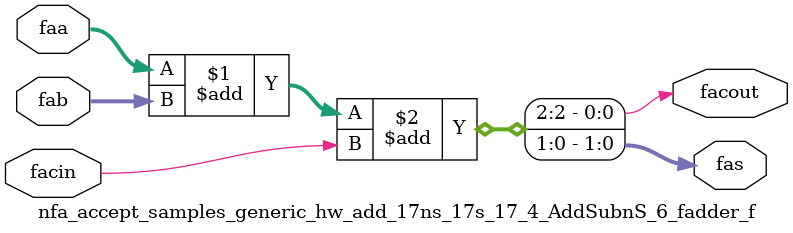
<source format=v>
module nfa_accept_samples_generic_hw_add_17ns_17s_17_4_AddSubnS_6_fadder_f 
#(parameter
    N = 2
)(
    input  [N-1 : 0]  faa,
    input  [N-1 : 0]  fab,
    input  wire  facin,
    output [N-1 : 0]  fas,
    output wire  facout
);
assign {facout, fas} = faa + fab + facin;
endmodule
</source>
